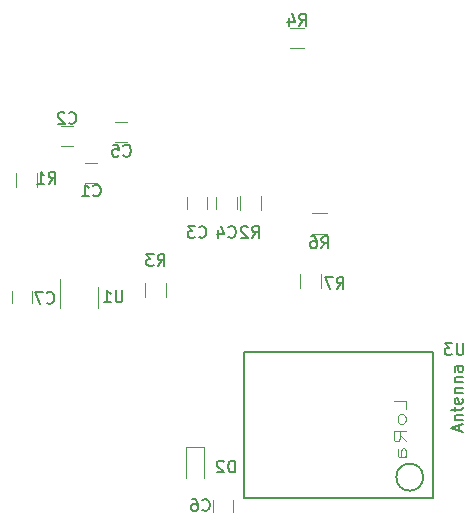
<source format=gbo>
G04 #@! TF.GenerationSoftware,KiCad,Pcbnew,5.1.6-c6e7f7d~87~ubuntu18.04.1*
G04 #@! TF.CreationDate,2020-07-22T22:23:17+05:30*
G04 #@! TF.ProjectId,Sensor_pcb_v1,53656e73-6f72-45f7-9063-625f76312e6b,rev?*
G04 #@! TF.SameCoordinates,Original*
G04 #@! TF.FileFunction,Legend,Bot*
G04 #@! TF.FilePolarity,Positive*
%FSLAX46Y46*%
G04 Gerber Fmt 4.6, Leading zero omitted, Abs format (unit mm)*
G04 Created by KiCad (PCBNEW 5.1.6-c6e7f7d~87~ubuntu18.04.1) date 2020-07-22 22:23:17*
%MOMM*%
%LPD*%
G01*
G04 APERTURE LIST*
%ADD10C,0.150000*%
%ADD11C,0.120000*%
%ADD12C,0.125000*%
G04 APERTURE END LIST*
D10*
X49420000Y-47680000D02*
X49420000Y-60080000D01*
X65420000Y-47680000D02*
X49420000Y-47680000D01*
X65420000Y-60080000D02*
X65420000Y-47680000D01*
X49420000Y-60080000D02*
X65420000Y-60080000D01*
X64560175Y-58280000D02*
G75*
G03*
X64560175Y-58280000I-1140175J0D01*
G01*
D11*
X55910000Y-42290000D02*
X55910000Y-41090000D01*
X54150000Y-41090000D02*
X54150000Y-42290000D01*
X55180000Y-37680000D02*
X56380000Y-37680000D01*
X56380000Y-35920000D02*
X55180000Y-35920000D01*
X35960000Y-31710000D02*
X36960000Y-31710000D01*
X36960000Y-33410000D02*
X35960000Y-33410000D01*
X34890000Y-30260000D02*
X33890000Y-30260000D01*
X33890000Y-28560000D02*
X34890000Y-28560000D01*
X44560000Y-35580000D02*
X44560000Y-34580000D01*
X46260000Y-34580000D02*
X46260000Y-35580000D01*
X48760000Y-34580000D02*
X48760000Y-35580000D01*
X47060000Y-35580000D02*
X47060000Y-34580000D01*
X38460000Y-28210000D02*
X39460000Y-28210000D01*
X39460000Y-29910000D02*
X38460000Y-29910000D01*
X46770000Y-61210000D02*
X46770000Y-60210000D01*
X48470000Y-60210000D02*
X48470000Y-61210000D01*
X31450000Y-42530000D02*
X31450000Y-43530000D01*
X29750000Y-43530000D02*
X29750000Y-42530000D01*
X44440000Y-55750000D02*
X46040000Y-55750000D01*
X46040000Y-55750000D02*
X46040000Y-58350000D01*
X44440000Y-55750000D02*
X44440000Y-58350000D01*
X31840000Y-33710000D02*
X31840000Y-32510000D01*
X30080000Y-32510000D02*
X30080000Y-33710000D01*
X49030000Y-34480000D02*
X49030000Y-35680000D01*
X50790000Y-35680000D02*
X50790000Y-34480000D01*
X41020000Y-41820000D02*
X41020000Y-43020000D01*
X42780000Y-43020000D02*
X42780000Y-41820000D01*
X53280000Y-21970000D02*
X54480000Y-21970000D01*
X54480000Y-20210000D02*
X53280000Y-20210000D01*
X33850000Y-43960000D02*
X33850000Y-41510000D01*
X37070000Y-42160000D02*
X37070000Y-43960000D01*
D10*
X67961904Y-46922380D02*
X67961904Y-47731904D01*
X67914285Y-47827142D01*
X67866666Y-47874761D01*
X67771428Y-47922380D01*
X67580952Y-47922380D01*
X67485714Y-47874761D01*
X67438095Y-47827142D01*
X67390476Y-47731904D01*
X67390476Y-46922380D01*
X67009523Y-46922380D02*
X66390476Y-46922380D01*
X66723809Y-47303333D01*
X66580952Y-47303333D01*
X66485714Y-47350952D01*
X66438095Y-47398571D01*
X66390476Y-47493809D01*
X66390476Y-47731904D01*
X66438095Y-47827142D01*
X66485714Y-47874761D01*
X66580952Y-47922380D01*
X66866666Y-47922380D01*
X66961904Y-47874761D01*
X67009523Y-47827142D01*
D12*
X63072380Y-52537142D02*
X63072380Y-51822857D01*
X62072380Y-51822857D01*
X63072380Y-53251428D02*
X63024761Y-53108571D01*
X62977142Y-53037142D01*
X62881904Y-52965714D01*
X62596190Y-52965714D01*
X62500952Y-53037142D01*
X62453333Y-53108571D01*
X62405714Y-53251428D01*
X62405714Y-53465714D01*
X62453333Y-53608571D01*
X62500952Y-53680000D01*
X62596190Y-53751428D01*
X62881904Y-53751428D01*
X62977142Y-53680000D01*
X63024761Y-53608571D01*
X63072380Y-53465714D01*
X63072380Y-53251428D01*
X63072380Y-55251428D02*
X62596190Y-54751428D01*
X63072380Y-54394285D02*
X62072380Y-54394285D01*
X62072380Y-54965714D01*
X62120000Y-55108571D01*
X62167619Y-55180000D01*
X62262857Y-55251428D01*
X62405714Y-55251428D01*
X62500952Y-55180000D01*
X62548571Y-55108571D01*
X62596190Y-54965714D01*
X62596190Y-54394285D01*
X63072380Y-56537142D02*
X62548571Y-56537142D01*
X62453333Y-56465714D01*
X62405714Y-56322857D01*
X62405714Y-56037142D01*
X62453333Y-55894285D01*
X63024761Y-56537142D02*
X63072380Y-56394285D01*
X63072380Y-56037142D01*
X63024761Y-55894285D01*
X62929523Y-55822857D01*
X62834285Y-55822857D01*
X62739047Y-55894285D01*
X62691428Y-56037142D01*
X62691428Y-56394285D01*
X62643809Y-56537142D01*
D10*
X67616666Y-54381904D02*
X67616666Y-53905714D01*
X67902380Y-54477142D02*
X66902380Y-54143809D01*
X67902380Y-53810476D01*
X67235714Y-53477142D02*
X67902380Y-53477142D01*
X67330952Y-53477142D02*
X67283333Y-53429523D01*
X67235714Y-53334285D01*
X67235714Y-53191428D01*
X67283333Y-53096190D01*
X67378571Y-53048571D01*
X67902380Y-53048571D01*
X67235714Y-52715238D02*
X67235714Y-52334285D01*
X66902380Y-52572380D02*
X67759523Y-52572380D01*
X67854761Y-52524761D01*
X67902380Y-52429523D01*
X67902380Y-52334285D01*
X67854761Y-51620000D02*
X67902380Y-51715238D01*
X67902380Y-51905714D01*
X67854761Y-52000952D01*
X67759523Y-52048571D01*
X67378571Y-52048571D01*
X67283333Y-52000952D01*
X67235714Y-51905714D01*
X67235714Y-51715238D01*
X67283333Y-51620000D01*
X67378571Y-51572380D01*
X67473809Y-51572380D01*
X67569047Y-52048571D01*
X67235714Y-51143809D02*
X67902380Y-51143809D01*
X67330952Y-51143809D02*
X67283333Y-51096190D01*
X67235714Y-51000952D01*
X67235714Y-50858095D01*
X67283333Y-50762857D01*
X67378571Y-50715238D01*
X67902380Y-50715238D01*
X67235714Y-50239047D02*
X67902380Y-50239047D01*
X67330952Y-50239047D02*
X67283333Y-50191428D01*
X67235714Y-50096190D01*
X67235714Y-49953333D01*
X67283333Y-49858095D01*
X67378571Y-49810476D01*
X67902380Y-49810476D01*
X67902380Y-48905714D02*
X67378571Y-48905714D01*
X67283333Y-48953333D01*
X67235714Y-49048571D01*
X67235714Y-49239047D01*
X67283333Y-49334285D01*
X67854761Y-48905714D02*
X67902380Y-49000952D01*
X67902380Y-49239047D01*
X67854761Y-49334285D01*
X67759523Y-49381904D01*
X67664285Y-49381904D01*
X67569047Y-49334285D01*
X67521428Y-49239047D01*
X67521428Y-49000952D01*
X67473809Y-48905714D01*
X57226666Y-42332380D02*
X57560000Y-41856190D01*
X57798095Y-42332380D02*
X57798095Y-41332380D01*
X57417142Y-41332380D01*
X57321904Y-41380000D01*
X57274285Y-41427619D01*
X57226666Y-41522857D01*
X57226666Y-41665714D01*
X57274285Y-41760952D01*
X57321904Y-41808571D01*
X57417142Y-41856190D01*
X57798095Y-41856190D01*
X56893333Y-41332380D02*
X56226666Y-41332380D01*
X56655238Y-42332380D01*
X55946666Y-38902380D02*
X56280000Y-38426190D01*
X56518095Y-38902380D02*
X56518095Y-37902380D01*
X56137142Y-37902380D01*
X56041904Y-37950000D01*
X55994285Y-37997619D01*
X55946666Y-38092857D01*
X55946666Y-38235714D01*
X55994285Y-38330952D01*
X56041904Y-38378571D01*
X56137142Y-38426190D01*
X56518095Y-38426190D01*
X55089523Y-37902380D02*
X55280000Y-37902380D01*
X55375238Y-37950000D01*
X55422857Y-37997619D01*
X55518095Y-38140476D01*
X55565714Y-38330952D01*
X55565714Y-38711904D01*
X55518095Y-38807142D01*
X55470476Y-38854761D01*
X55375238Y-38902380D01*
X55184761Y-38902380D01*
X55089523Y-38854761D01*
X55041904Y-38807142D01*
X54994285Y-38711904D01*
X54994285Y-38473809D01*
X55041904Y-38378571D01*
X55089523Y-38330952D01*
X55184761Y-38283333D01*
X55375238Y-38283333D01*
X55470476Y-38330952D01*
X55518095Y-38378571D01*
X55565714Y-38473809D01*
X36626666Y-34417142D02*
X36674285Y-34464761D01*
X36817142Y-34512380D01*
X36912380Y-34512380D01*
X37055238Y-34464761D01*
X37150476Y-34369523D01*
X37198095Y-34274285D01*
X37245714Y-34083809D01*
X37245714Y-33940952D01*
X37198095Y-33750476D01*
X37150476Y-33655238D01*
X37055238Y-33560000D01*
X36912380Y-33512380D01*
X36817142Y-33512380D01*
X36674285Y-33560000D01*
X36626666Y-33607619D01*
X35674285Y-34512380D02*
X36245714Y-34512380D01*
X35960000Y-34512380D02*
X35960000Y-33512380D01*
X36055238Y-33655238D01*
X36150476Y-33750476D01*
X36245714Y-33798095D01*
X36626666Y-34417142D02*
X36674285Y-34464761D01*
X36817142Y-34512380D01*
X36912380Y-34512380D01*
X37055238Y-34464761D01*
X37150476Y-34369523D01*
X37198095Y-34274285D01*
X37245714Y-34083809D01*
X37245714Y-33940952D01*
X37198095Y-33750476D01*
X37150476Y-33655238D01*
X37055238Y-33560000D01*
X36912380Y-33512380D01*
X36817142Y-33512380D01*
X36674285Y-33560000D01*
X36626666Y-33607619D01*
X35674285Y-34512380D02*
X36245714Y-34512380D01*
X35960000Y-34512380D02*
X35960000Y-33512380D01*
X36055238Y-33655238D01*
X36150476Y-33750476D01*
X36245714Y-33798095D01*
X34556666Y-28267142D02*
X34604285Y-28314761D01*
X34747142Y-28362380D01*
X34842380Y-28362380D01*
X34985238Y-28314761D01*
X35080476Y-28219523D01*
X35128095Y-28124285D01*
X35175714Y-27933809D01*
X35175714Y-27790952D01*
X35128095Y-27600476D01*
X35080476Y-27505238D01*
X34985238Y-27410000D01*
X34842380Y-27362380D01*
X34747142Y-27362380D01*
X34604285Y-27410000D01*
X34556666Y-27457619D01*
X34175714Y-27457619D02*
X34128095Y-27410000D01*
X34032857Y-27362380D01*
X33794761Y-27362380D01*
X33699523Y-27410000D01*
X33651904Y-27457619D01*
X33604285Y-27552857D01*
X33604285Y-27648095D01*
X33651904Y-27790952D01*
X34223333Y-28362380D01*
X33604285Y-28362380D01*
X45576666Y-37937142D02*
X45624285Y-37984761D01*
X45767142Y-38032380D01*
X45862380Y-38032380D01*
X46005238Y-37984761D01*
X46100476Y-37889523D01*
X46148095Y-37794285D01*
X46195714Y-37603809D01*
X46195714Y-37460952D01*
X46148095Y-37270476D01*
X46100476Y-37175238D01*
X46005238Y-37080000D01*
X45862380Y-37032380D01*
X45767142Y-37032380D01*
X45624285Y-37080000D01*
X45576666Y-37127619D01*
X45243333Y-37032380D02*
X44624285Y-37032380D01*
X44957619Y-37413333D01*
X44814761Y-37413333D01*
X44719523Y-37460952D01*
X44671904Y-37508571D01*
X44624285Y-37603809D01*
X44624285Y-37841904D01*
X44671904Y-37937142D01*
X44719523Y-37984761D01*
X44814761Y-38032380D01*
X45100476Y-38032380D01*
X45195714Y-37984761D01*
X45243333Y-37937142D01*
X48076666Y-37937142D02*
X48124285Y-37984761D01*
X48267142Y-38032380D01*
X48362380Y-38032380D01*
X48505238Y-37984761D01*
X48600476Y-37889523D01*
X48648095Y-37794285D01*
X48695714Y-37603809D01*
X48695714Y-37460952D01*
X48648095Y-37270476D01*
X48600476Y-37175238D01*
X48505238Y-37080000D01*
X48362380Y-37032380D01*
X48267142Y-37032380D01*
X48124285Y-37080000D01*
X48076666Y-37127619D01*
X47219523Y-37365714D02*
X47219523Y-38032380D01*
X47457619Y-36984761D02*
X47695714Y-37699047D01*
X47076666Y-37699047D01*
X39186666Y-31037142D02*
X39234285Y-31084761D01*
X39377142Y-31132380D01*
X39472380Y-31132380D01*
X39615238Y-31084761D01*
X39710476Y-30989523D01*
X39758095Y-30894285D01*
X39805714Y-30703809D01*
X39805714Y-30560952D01*
X39758095Y-30370476D01*
X39710476Y-30275238D01*
X39615238Y-30180000D01*
X39472380Y-30132380D01*
X39377142Y-30132380D01*
X39234285Y-30180000D01*
X39186666Y-30227619D01*
X38281904Y-30132380D02*
X38758095Y-30132380D01*
X38805714Y-30608571D01*
X38758095Y-30560952D01*
X38662857Y-30513333D01*
X38424761Y-30513333D01*
X38329523Y-30560952D01*
X38281904Y-30608571D01*
X38234285Y-30703809D01*
X38234285Y-30941904D01*
X38281904Y-31037142D01*
X38329523Y-31084761D01*
X38424761Y-31132380D01*
X38662857Y-31132380D01*
X38758095Y-31084761D01*
X38805714Y-31037142D01*
X45866666Y-61037142D02*
X45914285Y-61084761D01*
X46057142Y-61132380D01*
X46152380Y-61132380D01*
X46295238Y-61084761D01*
X46390476Y-60989523D01*
X46438095Y-60894285D01*
X46485714Y-60703809D01*
X46485714Y-60560952D01*
X46438095Y-60370476D01*
X46390476Y-60275238D01*
X46295238Y-60180000D01*
X46152380Y-60132380D01*
X46057142Y-60132380D01*
X45914285Y-60180000D01*
X45866666Y-60227619D01*
X45009523Y-60132380D02*
X45200000Y-60132380D01*
X45295238Y-60180000D01*
X45342857Y-60227619D01*
X45438095Y-60370476D01*
X45485714Y-60560952D01*
X45485714Y-60941904D01*
X45438095Y-61037142D01*
X45390476Y-61084761D01*
X45295238Y-61132380D01*
X45104761Y-61132380D01*
X45009523Y-61084761D01*
X44961904Y-61037142D01*
X44914285Y-60941904D01*
X44914285Y-60703809D01*
X44961904Y-60608571D01*
X45009523Y-60560952D01*
X45104761Y-60513333D01*
X45295238Y-60513333D01*
X45390476Y-60560952D01*
X45438095Y-60608571D01*
X45485714Y-60703809D01*
X32696666Y-43497142D02*
X32744285Y-43544761D01*
X32887142Y-43592380D01*
X32982380Y-43592380D01*
X33125238Y-43544761D01*
X33220476Y-43449523D01*
X33268095Y-43354285D01*
X33315714Y-43163809D01*
X33315714Y-43020952D01*
X33268095Y-42830476D01*
X33220476Y-42735238D01*
X33125238Y-42640000D01*
X32982380Y-42592380D01*
X32887142Y-42592380D01*
X32744285Y-42640000D01*
X32696666Y-42687619D01*
X32363333Y-42592380D02*
X31696666Y-42592380D01*
X32125238Y-43592380D01*
X48618095Y-57882380D02*
X48618095Y-56882380D01*
X48380000Y-56882380D01*
X48237142Y-56930000D01*
X48141904Y-57025238D01*
X48094285Y-57120476D01*
X48046666Y-57310952D01*
X48046666Y-57453809D01*
X48094285Y-57644285D01*
X48141904Y-57739523D01*
X48237142Y-57834761D01*
X48380000Y-57882380D01*
X48618095Y-57882380D01*
X47665714Y-56977619D02*
X47618095Y-56930000D01*
X47522857Y-56882380D01*
X47284761Y-56882380D01*
X47189523Y-56930000D01*
X47141904Y-56977619D01*
X47094285Y-57072857D01*
X47094285Y-57168095D01*
X47141904Y-57310952D01*
X47713333Y-57882380D01*
X47094285Y-57882380D01*
X32846666Y-33422380D02*
X33180000Y-32946190D01*
X33418095Y-33422380D02*
X33418095Y-32422380D01*
X33037142Y-32422380D01*
X32941904Y-32470000D01*
X32894285Y-32517619D01*
X32846666Y-32612857D01*
X32846666Y-32755714D01*
X32894285Y-32850952D01*
X32941904Y-32898571D01*
X33037142Y-32946190D01*
X33418095Y-32946190D01*
X31894285Y-33422380D02*
X32465714Y-33422380D01*
X32180000Y-33422380D02*
X32180000Y-32422380D01*
X32275238Y-32565238D01*
X32370476Y-32660476D01*
X32465714Y-32708095D01*
X50076666Y-38032380D02*
X50410000Y-37556190D01*
X50648095Y-38032380D02*
X50648095Y-37032380D01*
X50267142Y-37032380D01*
X50171904Y-37080000D01*
X50124285Y-37127619D01*
X50076666Y-37222857D01*
X50076666Y-37365714D01*
X50124285Y-37460952D01*
X50171904Y-37508571D01*
X50267142Y-37556190D01*
X50648095Y-37556190D01*
X49695714Y-37127619D02*
X49648095Y-37080000D01*
X49552857Y-37032380D01*
X49314761Y-37032380D01*
X49219523Y-37080000D01*
X49171904Y-37127619D01*
X49124285Y-37222857D01*
X49124285Y-37318095D01*
X49171904Y-37460952D01*
X49743333Y-38032380D01*
X49124285Y-38032380D01*
X42086666Y-40392380D02*
X42420000Y-39916190D01*
X42658095Y-40392380D02*
X42658095Y-39392380D01*
X42277142Y-39392380D01*
X42181904Y-39440000D01*
X42134285Y-39487619D01*
X42086666Y-39582857D01*
X42086666Y-39725714D01*
X42134285Y-39820952D01*
X42181904Y-39868571D01*
X42277142Y-39916190D01*
X42658095Y-39916190D01*
X41753333Y-39392380D02*
X41134285Y-39392380D01*
X41467619Y-39773333D01*
X41324761Y-39773333D01*
X41229523Y-39820952D01*
X41181904Y-39868571D01*
X41134285Y-39963809D01*
X41134285Y-40201904D01*
X41181904Y-40297142D01*
X41229523Y-40344761D01*
X41324761Y-40392380D01*
X41610476Y-40392380D01*
X41705714Y-40344761D01*
X41753333Y-40297142D01*
X54046666Y-20042380D02*
X54380000Y-19566190D01*
X54618095Y-20042380D02*
X54618095Y-19042380D01*
X54237142Y-19042380D01*
X54141904Y-19090000D01*
X54094285Y-19137619D01*
X54046666Y-19232857D01*
X54046666Y-19375714D01*
X54094285Y-19470952D01*
X54141904Y-19518571D01*
X54237142Y-19566190D01*
X54618095Y-19566190D01*
X53189523Y-19375714D02*
X53189523Y-20042380D01*
X53427619Y-18994761D02*
X53665714Y-19709047D01*
X53046666Y-19709047D01*
X39101904Y-42472380D02*
X39101904Y-43281904D01*
X39054285Y-43377142D01*
X39006666Y-43424761D01*
X38911428Y-43472380D01*
X38720952Y-43472380D01*
X38625714Y-43424761D01*
X38578095Y-43377142D01*
X38530476Y-43281904D01*
X38530476Y-42472380D01*
X37530476Y-43472380D02*
X38101904Y-43472380D01*
X37816190Y-43472380D02*
X37816190Y-42472380D01*
X37911428Y-42615238D01*
X38006666Y-42710476D01*
X38101904Y-42758095D01*
M02*

</source>
